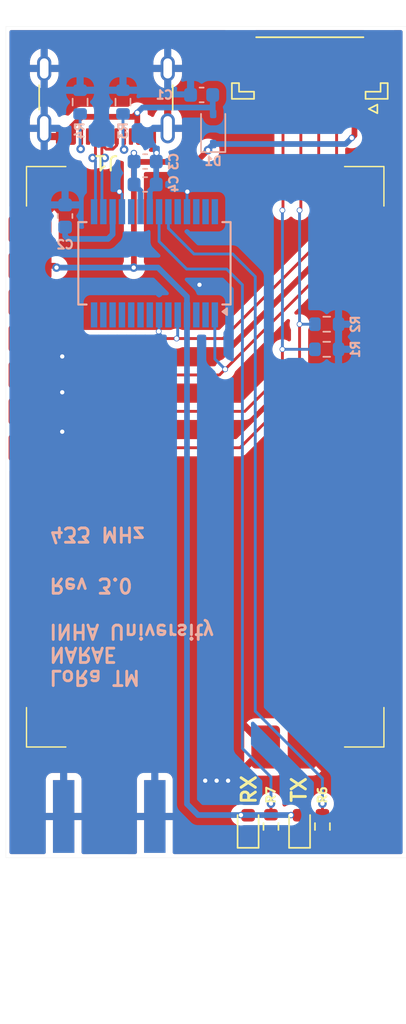
<source format=kicad_pcb>
(kicad_pcb (version 20241229) (generator "pcbnew") (generator_version "9.0")
  (layers (0 "F.Cu" signal) (2 "B.Cu" signal) (13 "F.Paste" user) (15 "B.Paste" user) (5 "F.SilkS" user "F.Silkscreen") (7 "B.SilkS" user "B.Silkscreen") (1 "F.Mask" user) (3 "B.Mask" user) (25 "Edge.Cuts" user))
  (net 0 "")
  (net 1 "GND")
  (net 3 "+5V")
  (net 4 "VBUS")
  (net 5 "Net-(D2-K)")
  (net 6 "Net-(D3-K)")
  (net 7 "/USB_CONN_D+")
  (net 8 "/USB_CONN_D-")
  (net 9 "/LoRa_M1")
  (net 10 "/LoRa_M0")
  (net 11 "/LoRa_RX")
  (net 12 "/LoRa_TX")
  (net 13 "Net-(U2-3V3OUT)")
  (net 14 "Net-(J1-CC2)")
  (net 15 "Net-(J1-CC1)")
  (net 16 "Net-(J2-In)")
  (net 24 "Net-(U2-CBUS0)")
  (net 25 "Net-(U2-CBUS1)")
  (footprint "LED_SMD:LED_0603_1608Metric" (layer "F.Cu") (at 103 125.8 90)
    (property "Reference" "D3" (hide yes))
    (property "Value" "LED_R" (hide yes))
    (fp_line (start 0.8 -0.735) (end -1.485 -0.735) (stroke (width 0.12)) (layer "F.SilkS"))
    (fp_line (start -1.485 -0.735) (end -1.485 0.735) (stroke (width 0.12)) (layer "F.SilkS"))
    (fp_line (start -1.485 0.735) (end 0.8 0.735) (stroke (width 0.12)) (layer "F.SilkS"))
    (pad "1" smd roundrect (at -0.7875 0 90) (size 0.875 0.95) (layers "F.Cu" "F.Mask" "F.Paste") (net 6 "Net-(D3-K)"))
    (pad "2" smd roundrect (at 0.7875 0 90) (size 0.875 0.95) (layers "F.Cu" "F.Mask" "F.Paste") (net 3 "+5V"))
  )
  (footprint "JST_GH:JST_GH_SM06B-GHS-TB_06x1.25mm_Angled" (layer "F.Cu") (at 107.316 73.576 180)
    (property "Reference" "J3" (hide yes))
    (property "Value" "GH 1.25mm 6P" (hide yes))
    (fp_line (start 5.45 -0.35) (end 5.45 -1.45) (stroke (width 0.12)) (layer "F.SilkS"))
    (fp_line (start 5.45 -1.45) (end 3.9 -1.45) (stroke (width 0.12)) (layer "F.SilkS"))
    (fp_line (start 4.95 -0.35) (end 5.45 -0.35) (stroke (width 0.12)) (layer "F.SilkS"))
    (fp_line (start 4.95 -0.95) (end 4.95 -0.35) (stroke (width 0.12)) (layer "F.SilkS"))
    (fp_line (start 3.9 -0.95) (end 4.95 -0.95) (stroke (width 0.12)) (layer "F.SilkS"))
    (fp_line (start 3.9 -1.45) (end 3.9 -0.95) (stroke (width 0.12)) (layer "F.SilkS"))
    (fp_line (start -3.75 2.85) (end 3.75 2.85) (stroke (width 0.12)) (layer "F.SilkS"))
    (fp_line (start -3.9 -0.95) (end -4.95 -0.95) (stroke (width 0.12)) (layer "F.SilkS"))
    (fp_line (start -3.9 -1.45) (end -3.9 -0.95) (stroke (width 0.12)) (layer "F.SilkS"))
    (fp_line (start -4.125 -2.15) (end -4.725 -2.45) (stroke (width 0.12)) (layer "F.SilkS"))
    (fp_line (start -4.725 -1.85) (end -4.125 -2.15) (stroke (width 0.12)) (layer "F.SilkS"))
    (fp_line (start -4.725 -2.45) (end -4.725 -1.85) (stroke (width 0.12)) (layer "F.SilkS"))
    (fp_line (start -4.95 -0.35) (end -5.45 -0.35) (stroke (width 0.12)) (layer "F.SilkS"))
    (fp_line (start -4.95 -0.95) (end -4.95 -0.35) (stroke (width 0.12)) (layer "F.SilkS"))
    (fp_line (start -5.45 -0.35) (end -5.45 -1.45) (stroke (width 0.12)) (layer "F.SilkS"))
    (fp_line (start -5.45 -1.45) (end -3.9 -1.45) (stroke (width 0.12)) (layer "F.SilkS"))
    (pad "" smd rect (at -4.85 1.6 180) (size 1 2.8) (layers "F.Cu" "F.Mask" "F.Paste"))
    (pad "" smd rect (at 4.85 1.6 180) (size 1 2.8) (layers "F.Cu" "F.Mask" "F.Paste"))
    (pad "1" smd rect (at -3.125 -1.6 180) (size 0.6 1.8) (layers "F.Cu" "F.Mask" "F.Paste") (net 3 "+5V"))
    (pad "2" smd rect (at -1.875 -1.6 180) (size 0.6 1.8) (layers "F.Cu" "F.Mask" "F.Paste") (net 11 "/LoRa_RX"))
    (pad "3" smd rect (at -0.625 -1.6 180) (size 0.6 1.8) (layers "F.Cu" "F.Mask" "F.Paste") (net 12 "/LoRa_TX"))
    (pad "4" smd rect (at 0.625 -1.6 180) (size 0.6 1.8) (layers "F.Cu" "F.Mask" "F.Paste") (net 10 "/LoRa_M0"))
    (pad "5" smd rect (at 1.875 -1.6 180) (size 0.6 1.8) (layers "F.Cu" "F.Mask" "F.Paste") (net 9 "/LoRa_M1"))
    (pad "6" smd rect (at 3.125 -1.6 180) (size 0.6 1.8) (layers "F.Cu" "F.Mask" "F.Paste") (net 1 "GND"))
  )
  (footprint "Resistor_SMD:R_0603_1608Metric" (layer "F.Cu") (at 108.2 125.8 90)
    (property "Reference" "R6" (at 2.2 0 90) (layer "F.SilkS") (effects (font (size 0.6 0.6))))
    (property "Value" "270" (hide yes))
    (fp_line (start -0.237258 -0.5225) (end 0.237258 -0.5225) (stroke (width 0.12)) (layer "F.SilkS"))
    (fp_line (start -0.237258 0.5225) (end 0.237258 0.5225) (stroke (width 0.12)) (layer "F.SilkS"))
    (pad "1" smd roundrect (at -0.825 0 90) (size 0.8 0.95) (layers "F.Cu" "F.Mask" "F.Paste") (net 5 "Net-(D2-K)"))
    (pad "2" smd roundrect (at 0.825 0 90) (size 0.8 0.95) (layers "F.Cu" "F.Mask" "F.Paste") (net 24 "Net-(U2-CBUS0)"))
  )
  (footprint "Resistor_SMD:R_0603_1608Metric" (layer "F.Cu") (at 104.6 125.8 90)
    (property "Reference" "R7" (at 2.2 0 90) (layer "F.SilkS") (effects (font (size 0.6 0.6))))
    (property "Value" "270" (hide yes))
    (fp_line (start -0.237258 -0.5225) (end 0.237258 -0.5225) (stroke (width 0.12)) (layer "F.SilkS"))
    (fp_line (start -0.237258 0.5225) (end 0.237258 0.5225) (stroke (width 0.12)) (layer "F.SilkS"))
    (pad "1" smd roundrect (at -0.825 0 90) (size 0.8 0.95) (layers "F.Cu" "F.Mask" "F.Paste") (net 6 "Net-(D3-K)"))
    (pad "2" smd roundrect (at 0.825 0 90) (size 0.8 0.95) (layers "F.Cu" "F.Mask" "F.Paste") (net 25 "Net-(U2-CBUS1)"))
  )
  (footprint "LED_SMD:LED_0603_1608Metric" (layer "F.Cu") (at 106.6 125.8 90)
    (property "Reference" "D2" (hide yes))
    (property "Value" "LED_R" (hide yes))
    (fp_line (start 0.8 -0.735) (end -1.485 -0.735) (stroke (width 0.12)) (layer "F.SilkS"))
    (fp_line (start -1.485 -0.735) (end -1.485 0.735) (stroke (width 0.12)) (layer "F.SilkS"))
    (fp_line (start -1.485 0.735) (end 0.8 0.735) (stroke (width 0.12)) (layer "F.SilkS"))
    (pad "1" smd roundrect (at -0.7875 0 90) (size 0.875 0.95) (layers "F.Cu" "F.Mask" "F.Paste") (net 5 "Net-(D2-K)"))
    (pad "2" smd roundrect (at 0.7875 0 90) (size 0.875 0.95) (layers "F.Cu" "F.Mask" "F.Paste") (net 3 "+5V"))
  )
  (footprint "SMA:SMA_EdgeMount" (layer "F.Cu") (at 93.225 125.1 -90)
    (property "Reference" "J2" (hide yes))
    (property "Value" "SMA" (hide yes))
    (pad "1" smd rect (at 0 0) (size 1.5 5.08) (layers "F.Cu" "F.Mask" "F.Paste") (net 16 "Net-(J2-In)"))
    (pad "2" smd rect (at 0 -3.25) (size 1.5 5.08) (layers "F.Cu" "F.Mask" "F.Paste") (net 1 "GND"))
    (pad "2" smd rect (at 0 -3.25) (size 1.5 5.08) (layers "B.Cu" "B.Mask" "B.Paste") (net 1 "GND"))
    (pad "2" smd rect (at 0 3.125) (size 1.5 5.08) (layers "F.Cu" "F.Mask" "F.Paste") (net 1 "GND"))
    (pad "2" smd rect (at 0 3.125) (size 1.5 5.08) (layers "B.Cu" "B.Mask" "B.Paste") (net 1 "GND"))
  )
  (footprint "Connector_USB:USB_C_Receptacle_GCT_USB4105-xx-A_16P_TopMnt_Horizontal" (layer "F.Cu") (at 93.058 73.976 180)
    (property "Reference" "J1" (at 0 -5.5 180) (layer "F.SilkS"))
    (property "Value" "USB_C_USB2.0_16P")
    (fp_line (start 4.67 -0.1) (end 4.67 -1.8) (stroke (width 0.12)) (layer "F.SilkS"))
    (fp_line (start -4.67 -0.1) (end -4.67 -1.8) (stroke (width 0.12)) (layer "F.SilkS"))
    (pad "" np_thru_hole circle (at -2.89 -2.605 180) (size 0.65 0.65) (drill 0.65) (layers "*.Cu" "*.Mask"))
    (pad "" np_thru_hole circle (at 2.89 -2.605 180) (size 0.65 0.65) (drill 0.65) (layers "*.Cu" "*.Mask"))
    (pad "A1" smd roundrect (at -3.2 -3.68 180) (size 0.6 1.15) (layers "F.Cu" "F.Mask" "F.Paste") (net 1 "GND"))
    (pad "A4" smd roundrect (at -2.4 -3.68 180) (size 0.6 1.15) (layers "F.Cu" "F.Mask" "F.Paste") (net 4 "VBUS"))
    (pad "A5" smd roundrect (at -1.25 -3.68 180) (size 0.3 1.15) (layers "F.Cu" "F.Mask" "F.Paste") (net 15 "Net-(J1-CC1)"))
    (pad "A6" smd roundrect (at -0.25 -3.68 180) (size 0.3 1.15) (layers "F.Cu" "F.Mask" "F.Paste") (net 7 "/USB_CONN_D+"))
    (pad "A7" smd roundrect (at 0.25 -3.68 180) (size 0.3 1.15) (layers "F.Cu" "F.Mask" "F.Paste") (net 8 "/USB_CONN_D-"))
    (pad "A8" smd roundrect (at 1.25 -3.68 180) (size 0.3 1.15) (layers "F.Cu" "F.Mask" "F.Paste"))
    (pad "A9" smd roundrect (at 2.4 -3.68 180) (size 0.6 1.15) (layers "F.Cu" "F.Mask" "F.Paste") (net 4 "VBUS"))
    (pad "A12" smd roundrect (at 3.2 -3.68 180) (size 0.6 1.15) (layers "F.Cu" "F.Mask" "F.Paste") (net 1 "GND"))
    (pad "B1" smd roundrect (at 3.2 -3.68 180) (size 0.6 1.15) (layers "F.Cu" "F.Mask" "F.Paste") (net 1 "GND"))
    (pad "B4" smd roundrect (at 2.4 -3.68 180) (size 0.6 1.15) (layers "F.Cu" "F.Mask" "F.Paste") (net 4 "VBUS"))
    (pad "B5" smd roundrect (at 1.75 -3.68 180) (size 0.3 1.15) (layers "F.Cu" "F.Mask" "F.Paste") (net 14 "Net-(J1-CC2)"))
    (pad "B6" smd roundrect (at 0.75 -3.68 180) (size 0.3 1.15) (layers "F.Cu" "F.Mask" "F.Paste") (net 7 "/USB_CONN_D+"))
    (pad "B7" smd roundrect (at -0.75 -3.68 180) (size 0.3 1.15) (layers "F.Cu" "F.Mask" "F.Paste") (net 8 "/USB_CONN_D-"))
    (pad "B8" smd roundrect (at -1.75 -3.68 180) (size 0.3 1.15) (layers "F.Cu" "F.Mask" "F.Paste"))
    (pad "B9" smd roundrect (at -2.4 -3.68 180) (size 0.6 1.15) (layers "F.Cu" "F.Mask" "F.Paste") (net 4 "VBUS"))
    (pad "B12" smd roundrect (at -3.2 -3.68 180) (size 0.6 1.15) (layers "F.Cu" "F.Mask" "F.Paste") (net 1 "GND"))
    (pad "S1" thru_hole oval (at -4.32 -3.105 180) (size 1 2.1) (drill oval 0.6 1.7) (property pad_prop_heatsink) (layers "*.Cu" "*.Mask" "F.Paste") (net 1 "GND"))
    (pad "S1" thru_hole oval (at -4.32 1.075 180) (size 1 1.8) (drill oval 0.6 1.4) (property pad_prop_heatsink) (layers "*.Cu" "*.Mask" "F.Paste") (net 1 "GND"))
    (pad "S1" thru_hole oval (at 4.32 -3.105 180) (size 1 2.1) (drill oval 0.6 1.7) (property pad_prop_heatsink) (layers "*.Cu" "*.Mask" "F.Paste") (net 1 "GND"))
    (pad "S1" thru_hole oval (at 4.32 1.075 180) (size 1 1.8) (drill oval 0.6 1.4) (property pad_prop_heatsink) (layers "*.Cu" "*.Mask" "F.Paste") (net 1 "GND"))
  )
  (footprint "E32-XXXT33S:E22-XXXT33S" (layer "F.Cu") (at 100 100)
    (property "Reference" "U1" (hide yes))
    (property "Value" "E32-433T33S" (hide yes))
    (fp_line (start -12.5 -20.25) (end -12.5 -17.5) (stroke (width 0.1)) (layer "F.SilkS"))
    (fp_line (start -12.5 -20.25) (end -9.75 -20.25) (stroke (width 0.1)) (layer "F.SilkS"))
    (fp_line (start -12.5 20.25) (end -12.5 17.5) (stroke (width 0.1)) (layer "F.SilkS"))
    (fp_line (start -12.5 20.25) (end -9.75 20.25) (stroke (width 0.1)) (layer "F.SilkS"))
    (fp_line (start 12.5 -20.25) (end 9.75 -20.25) (stroke (width 0.1)) (layer "F.SilkS"))
    (fp_line (start 12.5 -20.25) (end 12.5 -17.5) (stroke (width 0.1)) (layer "F.SilkS"))
    (fp_line (start 12.5 20.25) (end 9.75 20.25) (stroke (width 0.1)) (layer "F.SilkS"))
    (fp_line (start 12.5 20.25) (end 12.5 17.5) (stroke (width 0.1)) (layer "F.SilkS"))
    (pad "1" smd roundrect (at -12.25 -15.87) (size 3 2) (layers "F.Cu" "F.Mask" "F.Paste") (roundrect_rratio 0.15) (net 1 "GND"))
    (pad "2" smd roundrect (at -12.25 -13.33) (size 3 2) (layers "F.Cu" "F.Mask" "F.Paste") (roundrect_rratio 0.15) (net 3 "+5V"))
    (pad "3" smd roundrect (at -12.25 -10.79) (size 3 2) (layers "F.Cu" "F.Mask" "F.Paste") (roundrect_rratio 0.15))
    (pad "4" smd roundrect (at -12.25 -8.25) (size 3 2) (layers "F.Cu" "F.Mask" "F.Paste") (roundrect_rratio 0.15) (net 12 "/LoRa_TX"))
    (pad "5" smd roundrect (at -12.25 -5.71) (size 3 2) (layers "F.Cu" "F.Mask" "F.Paste") (roundrect_rratio 0.15) (net 11 "/LoRa_RX"))
    (pad "6" smd roundrect (at -12.25 -3.17) (size 3 2) (layers "F.Cu" "F.Mask" "F.Paste") (roundrect_rratio 0.15) (net 9 "/LoRa_M1"))
    (pad "7" smd roundrect (at -12.25 -0.63) (size 3 2) (layers "F.Cu" "F.Mask" "F.Paste") (roundrect_rratio 0.15) (net 10 "/LoRa_M0"))
    (pad "11" smd roundrect (at -6.77 20.25 90) (size 3 2) (layers "F.Cu" "F.Mask" "F.Paste") (roundrect_rratio 0.15) (net 16 "Net-(J2-In)"))
    (pad "12" smd roundrect (at -4.23 20.25 90) (size 3 2) (layers "F.Cu" "F.Mask" "F.Paste") (roundrect_rratio 0.15) (net 1 "GND"))
    (pad "13" smd roundrect (at 4.23 20.25 90) (size 3 2) (layers "F.Cu" "F.Mask" "F.Paste") (roundrect_rratio 0.15) (net 1 "GND"))
    (pad "14" smd roundrect (at 6.77 20.25 90) (size 3 2) (layers "F.Cu" "F.Mask" "F.Paste") (roundrect_rratio 0.15) (net 1 "GND"))
    (pad "18" smd roundrect (at 12.25 -0.63) (size 3 2) (layers "F.Cu" "F.Mask" "F.Paste") (roundrect_rratio 0.15))
    (pad "19" smd roundrect (at 12.25 -3.17) (size 3 2) (layers "F.Cu" "F.Mask" "F.Paste") (roundrect_rratio 0.15))
    (pad "20" smd roundrect (at 12.25 -5.71) (size 3 2) (layers "F.Cu" "F.Mask" "F.Paste") (roundrect_rratio 0.15))
    (pad "21" smd roundrect (at 12.25 -8.25) (size 3 2) (layers "F.Cu" "F.Mask" "F.Paste") (roundrect_rratio 0.15))
    (pad "22" smd roundrect (at 12.25 -10.79) (size 3 2) (layers "F.Cu" "F.Mask" "F.Paste") (roundrect_rratio 0.15))
    (pad "23" smd roundrect (at 12.25 -13.33) (size 3 2) (layers "F.Cu" "F.Mask" "F.Paste") (roundrect_rratio 0.15))
    (pad "24" smd roundrect (at 12.25 -15.87) (size 3 2) (layers "F.Cu" "F.Mask" "F.Paste") (roundrect_rratio 0.15))
  )
  (footprint "Resistor_SMD:R_0603_1608Metric" (layer "B.Cu") (at 94.25 75.25 90)
    (property "Reference" "R3" (at -2 0 90) (layer "B.SilkS") (effects (font (size 0.6 0.6)) (justify mirror)))
    (property "Value" "5k1" (hide yes))
    (fp_line (start -0.237258 -0.5225) (end 0.237258 -0.5225) (stroke (width 0.12)) (layer "B.SilkS"))
    (fp_line (start -0.237258 0.5225) (end 0.237258 0.5225) (stroke (width 0.12)) (layer "B.SilkS"))
    (pad "1" smd roundrect (at -0.825 0 90) (size 0.8 0.95) (layers "B.Cu" "B.Mask" "B.Paste") (net 15 "Net-(J1-CC1)"))
    (pad "2" smd roundrect (at 0.825 0 90) (size 0.8 0.95) (layers "B.Cu" "B.Mask" "B.Paste") (net 1 "GND"))
  )
  (footprint "Capacitor_SMD:C_0603_1608Metric" (layer "B.Cu") (at 95.8 81)
    (property "Reference" "C4" (at 2 -0.045801 90) (layer "B.SilkS") (effects (font (size 0.6 0.6)) (justify mirror)))
    (property "Value" "4.7uF" (hide yes))
    (fp_line (start -0.14058 -0.51) (end 0.14058 -0.51) (stroke (width 0.12)) (layer "B.SilkS"))
    (fp_line (start -0.14058 0.51) (end 0.14058 0.51) (stroke (width 0.12)) (layer "B.SilkS"))
    (pad "1" smd roundrect (at -0.775 0) (size 0.9 0.95) (layers "B.Cu" "B.Mask" "B.Paste") (net 3 "+5V"))
    (pad "2" smd roundrect (at 0.775 0) (size 0.9 0.95) (layers "B.Cu" "B.Mask" "B.Paste") (net 1 "GND"))
  )
  (footprint "Resistor_SMD:R_0603_1608Metric" (layer "B.Cu") (at 91.25 75.25 90)
    (property "Reference" "R4" (at -2 -0.03 90) (layer "B.SilkS") (effects (font (size 0.6 0.6)) (justify mirror)))
    (property "Value" "5k1" (hide yes))
    (fp_line (start -0.237258 -0.5225) (end 0.237258 -0.5225) (stroke (width 0.12)) (layer "B.SilkS"))
    (fp_line (start -0.237258 0.5225) (end 0.237258 0.5225) (stroke (width 0.12)) (layer "B.SilkS"))
    (pad "1" smd roundrect (at -0.825 0 90) (size 0.8 0.95) (layers "B.Cu" "B.Mask" "B.Paste") (net 14 "Net-(J1-CC2)"))
    (pad "2" smd roundrect (at 0.825 0 90) (size 0.8 0.95) (layers "B.Cu" "B.Mask" "B.Paste") (net 1 "GND"))
  )
  (footprint "Capacitor_SMD:C_0603_1608Metric" (layer "B.Cu") (at 99.75 74.75)
    (property "Reference" "C1" (at -2.6 0 0) (layer "B.SilkS") (effects (font (size 0.6 0.6)) (justify mirror)))
    (property "Value" "10nF")
    (fp_line (start -0.14058 -0.51) (end 0.14058 -0.51) (stroke (width 0.12)) (layer "B.SilkS"))
    (fp_line (start -0.14058 0.51) (end 0.14058 0.51) (stroke (width 0.12)) (layer "B.SilkS"))
    (pad "1" smd roundrect (at -0.775 0) (size 0.9 0.95) (layers "B.Cu" "B.Mask" "B.Paste") (net 1 "GND"))
    (pad "2" smd roundrect (at 0.775 0) (size 0.9 0.95) (layers "B.Cu" "B.Mask" "B.Paste") (net 4 "VBUS"))
  )
  (footprint "Capacitor_SMD:C_0603_1608Metric" (layer "B.Cu") (at 90.2 83.2 -90)
    (property "Reference" "C2" (at 2 0 0) (layer "B.SilkS") (effects (font (size 0.6 0.6)) (justify mirror)))
    (property "Value" "100nF" (hide yes))
    (fp_line (start -0.14058 0.51) (end 0.14058 0.51) (stroke (width 0.12)) (layer "B.SilkS"))
    (fp_line (start -0.14058 -0.51) (end 0.14058 -0.51) (stroke (width 0.12)) (layer "B.SilkS"))
    (pad "1" smd roundrect (at -0.775 0 270) (size 0.9 0.95) (layers "B.Cu" "B.Mask" "B.Paste") (net 1 "GND"))
    (pad "2" smd roundrect (at 0.775 0 270) (size 0.9 0.95) (layers "B.Cu" "B.Mask" "B.Paste") (net 13 "Net-(U2-3V3OUT)"))
  )
  (footprint "Resistor_SMD:R_0603_1608Metric" (layer "B.Cu") (at 108.5 90.75)
    (property "Reference" "R2" (at 2 0 90) (layer "B.SilkS") (effects (font (size 0.6 0.6)) (justify mirror)))
    (property "Value" "10k" (hide yes))
    (fp_line (start -0.237258 -0.5225) (end 0.237258 -0.5225) (stroke (width 0.12)) (layer "B.SilkS"))
    (fp_line (start -0.237258 0.5225) (end 0.237258 0.5225) (stroke (width 0.12)) (layer "B.SilkS"))
    (pad "1" smd roundrect (at -0.825 0) (size 0.8 0.95) (layers "B.Cu" "B.Mask" "B.Paste") (net 10 "/LoRa_M0"))
    (pad "2" smd roundrect (at 0.825 0) (size 0.8 0.95) (layers "B.Cu" "B.Mask" "B.Paste") (net 1 "GND"))
  )
  (footprint "Resistor_SMD:R_0603_1608Metric" (layer "B.Cu") (at 108.5 92.5)
    (property "Reference" "R1" (at 2 0 90) (layer "B.SilkS") (effects (font (size 0.6 0.6)) (justify mirror)))
    (property "Value" "10k" (hide yes))
    (fp_line (start -0.237258 -0.5225) (end 0.237258 -0.5225) (stroke (width 0.12)) (layer "B.SilkS"))
    (fp_line (start -0.237258 0.5225) (end 0.237258 0.5225) (stroke (width 0.12)) (layer "B.SilkS"))
    (pad "1" smd roundrect (at -0.825 0) (size 0.8 0.95) (layers "B.Cu" "B.Mask" "B.Paste") (net 9 "/LoRa_M1"))
    (pad "2" smd roundrect (at 0.825 0) (size 0.8 0.95) (layers "B.Cu" "B.Mask" "B.Paste") (net 1 "GND"))
  )
  (footprint "Package_SO:SSOP-28_5.3x10.2mm_P0.65mm" (layer "B.Cu") (at 96.45 86.5 90)
    (property "Reference" "U2" (hide yes))
    (property "Value" "FT232RL")
    (fp_line (start -2.875 -5.325) (end 2.875 -5.325) (stroke (width 0.15)) (layer "B.SilkS"))
    (fp_line (start 2.875 -4.75) (end 2.875 -5.325) (stroke (width 0.15)) (layer "B.SilkS"))
    (fp_line (start -2.875 -4.75) (end -2.875 -5.325) (stroke (width 0.15)) (layer "B.SilkS"))
    (fp_line (start 2.875 5.325) (end 2.875 4.75) (stroke (width 0.15)) (layer "B.SilkS"))
    (fp_line (start -2.875 5.325) (end -2.875 4.75) (stroke (width 0.15)) (layer "B.SilkS"))
    (fp_line (start -2.875 5.325) (end 2.875 5.325) (stroke (width 0.15)) (layer "B.SilkS"))
    (fp_poly (pts (xy -3.375 4.75) (xy -3.615 5.08) (xy -3.135 5.08) (xy -3.375 4.75)) (stroke (width 0.12)) (fill yes) (layer "B.SilkS"))
    (pad "1" smd rect (at -3.6 4.225 90) (size 1.75 0.45) (layers "B.Cu" "B.Mask" "B.Paste") (net 11 "/LoRa_RX"))
    (pad "2" smd rect (at -3.6 3.575 90) (size 1.75 0.45) (layers "B.Cu" "B.Mask" "B.Paste"))
    (pad "3" smd rect (at -3.6 2.925 90) (size 1.75 0.45) (layers "B.Cu" "B.Mask" "B.Paste"))
    (pad "4" smd rect (at -3.6 2.275 90) (size 1.75 0.45) (layers "B.Cu" "B.Mask" "B.Paste") (net 3 "+5V"))
    (pad "5" smd rect (at -3.6 1.625 90) (size 1.75 0.45) (layers "B.Cu" "B.Mask" "B.Paste") (net 12 "/LoRa_TX"))
    (pad "6" smd rect (at -3.6 0.975 90) (size 1.75 0.45) (layers "B.Cu" "B.Mask" "B.Paste"))
    (pad "7" smd rect (at -3.6 0.325 90) (size 1.75 0.45) (layers "B.Cu" "B.Mask" "B.Paste") (net 1 "GND"))
    (pad "8" smd rect (at -3.6 -0.325 90) (size 1.75 0.45) (layers "B.Cu" "B.Mask" "B.Paste"))
    (pad "9" smd rect (at -3.6 -0.975 90) (size 1.75 0.45) (layers "B.Cu" "B.Mask" "B.Paste"))
    (pad "10" smd rect (at -3.6 -1.625 90) (size 1.75 0.45) (layers "B.Cu" "B.Mask" "B.Paste"))
    (pad "11" smd rect (at -3.6 -2.275 90) (size 1.75 0.45) (layers "B.Cu" "B.Mask" "B.Paste"))
    (pad "12" smd rect (at -3.6 -2.925 90) (size 1.75 0.45) (layers "B.Cu" "B.Mask" "B.Paste"))
    (pad "13" smd rect (at -3.6 -3.575 90) (size 1.75 0.45) (layers "B.Cu" "B.Mask" "B.Paste"))
    (pad "14" smd rect (at -3.6 -4.225 90) (size 1.75 0.45) (layers "B.Cu" "B.Mask" "B.Paste"))
    (pad "15" smd rect (at 3.6 -4.225 90) (size 1.75 0.45) (layers "B.Cu" "B.Mask" "B.Paste") (net 7 "/USB_CONN_D+"))
    (pad "16" smd rect (at 3.6 -3.575 90) (size 1.75 0.45) (layers "B.Cu" "B.Mask" "B.Paste") (net 8 "/USB_CONN_D-"))
    (pad "17" smd rect (at 3.6 -2.925 90) (size 1.75 0.45) (layers "B.Cu" "B.Mask" "B.Paste") (net 13 "Net-(U2-3V3OUT)"))
    (pad "18" smd rect (at 3.6 -2.275 90) (size 1.75 0.45) (layers "B.Cu" "B.Mask" "B.Paste") (net 1 "GND"))
    (pad "19" smd rect (at 3.6 -1.625 90) (size 1.75 0.45) (layers "B.Cu" "B.Mask" "B.Paste"))
    (pad "20" smd rect (at 3.6 -0.975 90) (size 1.75 0.45) (layers "B.Cu" "B.Mask" "B.Paste") (net 3 "+5V"))
    (pad "21" smd rect (at 3.6 -0.325 90) (size 1.75 0.45) (layers "B.Cu" "B.Mask" "B.Paste") (net 1 "GND"))
    (pad "22" smd rect (at 3.6 0.325 90) (size 1.75 0.45) (layers "B.Cu" "B.Mask" "B.Paste") (net 25 "Net-(U2-CBUS1)"))
    (pad "23" smd rect (at 3.6 0.975 90) (size 1.75 0.45) (layers "B.Cu" "B.Mask" "B.Paste") (net 24 "Net-(U2-CBUS0)"))
    (pad "24" smd rect (at 3.6 1.625 90) (size 1.75 0.45) (layers "B.Cu" "B.Mask" "B.Paste"))
    (pad "25" smd rect (at 3.6 2.275 90) (size 1.75 0.45) (layers "B.Cu" "B.Mask" "B.Paste") (net 1 "GND"))
    (pad "26" smd rect (at 3.6 2.925 90) (size 1.75 0.45) (layers "B.Cu" "B.Mask" "B.Paste"))
    (pad "27" smd rect (at 3.6 3.575 90) (size 1.75 0.45) (layers "B.Cu" "B.Mask" "B.Paste"))
    (pad "28" smd rect (at 3.6 4.225 90) (size 1.75 0.45) (layers "B.Cu" "B.Mask" "B.Paste"))
  )
  (footprint "Diode_SMD:D_SOD-323" (layer "B.Cu") (at 100.558 77.126 90)
    (property "Reference" "D1" (at -2.25 0 0) (layer "B.SilkS") (effects (font (size 0.6 0.6)) (justify mirror)))
    (property "Value" "B5819W" (hide yes))
    (fp_line (start -1.61 -0.85) (end 1.05 -0.85) (stroke (width 0.12)) (layer "B.SilkS"))
    (fp_line (start -1.61 0.85) (end -1.61 -0.85) (stroke (width 0.12)) (layer "B.SilkS"))
    (fp_line (start -1.61 0.85) (end 1.05 0.85) (stroke (width 0.12)) (layer "B.SilkS"))
    (pad "1" smd roundrect (at -1.05 0 90) (size 0.6 0.45) (layers "B.Cu" "B.Mask" "B.Paste") (net 3 "+5V"))
    (pad "2" smd roundrect (at 1.05 0 90) (size 0.6 0.45) (layers "B.Cu" "B.Mask" "B.Paste") (net 4 "VBUS"))
  )
  (footprint "Capacitor_SMD:C_0603_1608Metric" (layer "B.Cu") (at 95.8 79.4)
    (property "Reference" "C3" (at 2 0 90) (layer "B.SilkS") (effects (font (size 0.6 0.6)) (justify mirror)))
    (property "Value" "100nF" (hide yes))
    (fp_line (start -0.14058 -0.51) (end 0.14058 -0.51) (stroke (width 0.12)) (layer "B.SilkS"))
    (fp_line (start -0.14058 0.51) (end 0.14058 0.51) (stroke (width 0.12)) (layer "B.SilkS"))
    (pad "1" smd roundrect (at -0.775 0) (size 0.9 0.95) (layers "B.Cu" "B.Mask" "B.Paste") (net 3 "+5V"))
    (pad "2" smd roundrect (at 0.775 0) (size 0.9 0.95) (layers "B.Cu" "B.Mask" "B.Paste") (net 1 "GND"))
  )
  (gr_rect (start 86.058 69.976) (end 114.058 127.976) (stroke (width 0.01)) (fill no) (layer "Edge.Cuts"))
  (gr_text "RX" (at 103.058 123.226 90) (layer "F.SilkS") (effects (font (size 1 1) (thickness 0.2) (bold yes))))
  (gr_text "TX" (at 106.558 123.226 90) (layer "F.SilkS") (effects (font (size 1 1) (thickness 0.2) (bold yes))))
  (gr_text "433 MHz" (at 89 106 180) (layer "B.SilkS") (effects (font (size 1 1) (thickness 0.2) (bold yes)) (justify left top mirror)))
  (gr_text "LoRa TM\nNARAE\nINHA University\n\nRev 3.0" (at 89 116 180) (layer "B.SilkS") (effects (font (size 1 1) (thickness 0.2) (bold yes)) (justify left top mirror)))
  (via (at 100 122.6) (size 0.6) (drill 0.3) (layers "F.Cu" "B.Cu") (net 1))
  (via (at 99.6 88) (size 0.6) (drill 0.3) (layers "F.Cu" "B.Cu") (net 1))
  (via (at 90 93) (size 0.4) (drill 0.3) (layers "F.Cu" "B.Cu") (net 1))
  (via (at 96.75 91.25) (size 0.4) (drill 0.3) (layers "F.Cu" "B.Cu") (net 1))
  (via (at 90 95.5) (size 0.4) (drill 0.3) (layers "F.Cu" "B.Cu") (net 1))
  (via (at 90 98.25) (size 0.4) (drill 0.3) (layers "F.Cu" "B.Cu") (net 1))
  (via (at 101.6 122.6) (size 0.6) (drill 0.3) (layers "F.Cu" "B.Cu") (net 1))
  (via (at 98.75 81.5) (size 0.4) (drill 0.3) (layers "F.Cu" "B.Cu") (net 1))
  (via (at 100.8 122.6) (size 0.6) (drill 0.3) (layers "F.Cu" "B.Cu") (net 1))
  (via (at 96.6 78.801) (size 0.45) (drill 0.3) (layers "F.Cu" "B.Cu") (net 1))
  (via (at 94 81.5) (size 0.4) (drill 0.3) (layers "F.Cu" "B.Cu") (net 1))
  (segment (start 96.125 82.9) (end 96.125 81.45) (width 0.4) (layer "B.Cu") (net 1))
  (segment (start 96.775 91.225) (end 96.75 91.25) (width 0.2) (layer "B.Cu") (net 1))
  (segment (start 96.575 79.4) (end 96.575 78.826) (width 0.4) (layer "B.Cu") (net 1))
  (segment (start 98.725 82.9) (end 98.725 81.525) (width 0.2) (layer "B.Cu") (net 1))
  (segment (start 94.175 82.9) (end 94.175 81.675) (width 0.2) (layer "B.Cu") (net 1))
  (segment (start 96.125 81.45) (end 96.575 81) (width 0.4) (layer "B.Cu") (net 1))
  (segment (start 96.575 78.826) (end 96.6 78.801) (width 0.4) (layer "B.Cu") (net 1))
  (segment (start 96.575 81) (end 96.575 79.4) (width 0.4) (layer "B.Cu") (net 1))
  (segment (start 98.725 81.525) (end 98.75 81.5) (width 0.2) (layer "B.Cu") (net 1))
  (segment (start 94.175 81.675) (end 94 81.5) (width 0.2) (layer "B.Cu") (net 1))
  (segment (start 96.775 90.1) (end 96.775 91.225) (width 0.2) (layer "B.Cu") (net 1))
  (segment (start 106.5875 125) (end 106.6 125.0125) (width 0.4) (layer "F.Cu") (net 3))
  (segment (start 102.9875 125) (end 103 125.0125) (width 0.4) (layer "F.Cu") (net 3))
  (segment (start 106 125) (end 106.5875 125) (width 0.4) (layer "F.Cu") (net 3))
  (segment (start 95.011322 78.803896) (end 95.011322 86.788678) (width 0.4) (layer "F.Cu") (net 3))
  (segment (start 95.227 79.427) (end 99.373 79.427) (width 0.4) (layer "F.Cu") (net 3))
  (segment (start 110.441 75.176) (end 110.441 77.559) (width 0.4) (layer "F.Cu") (net 3))
  (segment (start 110.441 77.559) (end 110.25 77.75) (width 0.4) (layer "F.Cu") (net 3))
  (segment (start 95.011322 79.211322) (end 95.2 79.4) (width 0.4) (layer "F.Cu") (net 3))
  (segment (start 89.47 86.67) (end 89.6 86.8) (width 0.4) (layer "F.Cu") (net 3))
  (segment (start 95.011322 78.803896) (end 95.011322 79.211322) (width 0.4) (layer "F.Cu") (net 3))
  (segment (start 95.011322 86.788678) (end 95 86.8) (width 0.4) (layer "F.Cu") (net 3))
  (segment (start 95.2 79.4) (end 95.227 79.427) (width 0.4) (layer "F.Cu") (net 3))
  (segment (start 87.75 86.67) (end 89.47 86.67) (width 0.4) (layer "F.Cu") (net 3))
  (segment (start 102.5 125) (end 102.9875 125) (width 0.4) (layer "F.Cu") (net 3))
  (segment (start 99.373 79.427) (end 100.2 78.6) (width 0.4) (layer "F.Cu") (net 3))
  (via (at 110.25 77.75) (size 0.45) (drill 0.3) (layers "F.Cu" "B.Cu") (net 3))
  (via (at 95.011322 78.803896) (size 0.45) (drill 0.3) (layers "F.Cu" "B.Cu") (net 3))
  (via (at 89.6 86.8) (size 0.6) (drill 0.3) (layers "F.Cu" "B.Cu") (net 3))
  (via (at 95 86.8) (size 0.6) (drill 0.3) (layers "F.Cu" "B.Cu") (net 3))
  (via (at 102.5 125) (size 0.45) (drill 0.3) (layers "F.Cu" "B.Cu") (net 3))
  (via (at 106 125) (size 0.45) (drill 0.3) (layers "F.Cu" "B.Cu") (net 3))
  (via (at 100.2 78.6) (size 0.6) (drill 0.3) (layers "F.Cu" "B.Cu") (net 3))
  (segment (start 109.824 78.176) (end 110.25 77.75) (width 0.4) (layer "B.Cu") (net 3))
  (segment (start 102.5 125) (end 106 125) (width 0.4) (layer "B.Cu") (net 3))
  (segment (start 99.5 125) (end 102.5 125) (width 0.4) (layer "B.Cu") (net 3))
  (segment (start 100.2 78.534) (end 100.558 78.176) (width 0.4) (layer "B.Cu") (net 3))
  (segment (start 95.025 81) (end 95.475 81.45) (width 0.4) (layer "B.Cu") (net 3))
  (segment (start 96.85 86.95) (end 98.725 88.825) (width 0.4) (layer "B.Cu") (net 3))
  (segment (start 98.725 90.1) (end 98.725 124.225) (width 0.4) (layer "B.Cu") (net 3))
  (segment (start 89.6 86.8) (end 96.7 86.8) (width 0.4) (layer "B.Cu") (net 3))
  (segment (start 100.2 78.6) (end 100.2 78.534) (width 0.4) (layer "B.Cu") (net 3))
  (segment (start 95.025 79.4) (end 95.025 78.817574) (width 0.4) (layer "B.Cu") (net 3))
  (segment (start 95.025 78.817574) (end 95.011322 78.803896) (width 0.4) (layer "B.Cu") (net 3))
  (segment (start 96.7 86.8) (end 96.85 86.95) (width 0.4) (layer "B.Cu") (net 3))
  (segment (start 98.725 88.825) (end 98.725 90.1) (width 0.4) (layer "B.Cu") (net 3))
  (segment (start 95.025 79.4) (end 95.025 81) (width 0.4) (layer "B.Cu") (net 3))
  (segment (start 100.558 78.176) (end 109.824 78.176) (width 0.4) (layer "B.Cu") (net 3))
  (segment (start 95.475 81.45) (end 95.475 82.9) (width 0.4) (layer "B.Cu") (net 3))
  (segment (start 98.725 124.225) (end 99.5 125) (width 0.4) (layer "B.Cu") (net 3))
  (segment (start 95.458 77.656) (end 95.458 76.976298) (width 0.4) (layer "F.Cu") (net 4))
  (segment (start 91.355298 76.279) (end 94.971 76.279) (width 0.4) (layer "F.Cu") (net 4))
  (segment (start 90.658 76.976298) (end 91.355298 76.279) (width 0.4) (layer "F.Cu") (net 4))
  (segment (start 94.971 76.279) (end 95.25 76) (width 0.4) (layer "F.Cu") (net 4))
  (segment (start 95.458 76.976298) (end 95.25 76.768298) (width 0.4) (layer "F.Cu") (net 4))
  (segment (start 91.5 76.25) (end 94.626999 76.25) (width 0.3) (layer "F.Cu") (net 4))
  (segment (start 90.658 77.656) (end 90.658 76.976298) (width 0.4) (layer "F.Cu") (net 4))
  (segment (start 95.25 76.768298) (end 95.25 76) (width 0.4) (layer "F.Cu") (net 4))
  (via (at 95.25 76) (size 0.45) (drill 0.3) (layers "F.Cu" "B.Cu") (net 4))
  (segment (start 95.25 76) (end 95.62 75.63) (width 0.4) (layer "B.Cu") (net 4))
  (segment (start 100.395 75.63) (end 100.525 75.5) (width 0.4) (layer "B.Cu") (net 4))
  (segment (start 100.525 76.043) (end 100.558 76.076) (width 0.4) (layer "B.Cu") (net 4))
  (segment (start 100.525 75.5) (end 100.525 76.043) (width 0.4) (layer "B.Cu") (net 4))
  (segment (start 95.62 75.63) (end 100.395 75.63) (width 0.4) (layer "B.Cu") (net 4))
  (segment (start 100.525 74.75) (end 100.525 75.5) (width 0.4) (layer "B.Cu") (net 4))
  (segment (start 106.6375 126.625) (end 106.6 126.5875) (width 0.2) (layer "F.Cu") (net 5))
  (segment (start 108.1625 126.5875) (end 108.2 126.625) (width 0.2) (layer "F.Cu") (net 5))
  (segment (start 108.2 126.625) (end 106.6375 126.625) (width 0.2) (layer "F.Cu") (net 5))
  (segment (start 104.5625 126.5875) (end 104.6 126.625) (width 0.2) (layer "F.Cu") (net 6))
  (segment (start 103.0375 126.625) (end 103 126.5875) (width 0.2) (layer "F.Cu") (net 6))
  (segment (start 104.6 126.625) (end 103.0375 126.625) (width 0.2) (layer "F.Cu") (net 6))
  (segment (start 92.333 78.106) (end 92.333 78.253474) (width 0.2) (layer "F.Cu") (net 7))
  (segment (start 92.308 78.081) (end 92.333 78.106) (width 0.2) (layer "F.Cu") (net 7))
  (segment (start 93.308 77.047176) (end 93.308 77.656) (width 0.2) (layer "F.Cu") (net 7))
  (segment (start 92.308 77.047176) (end 92.575176 76.78) (width 0.2) (layer "F.Cu") (net 7))
  (segment (start 93.040824 76.78) (end 93.308 77.047176) (width 0.2) (layer "F.Cu") (net 7))
  (segment (start 92.324999 78.950001) (end 92.125 79.15) (width 0.2) (layer "F.Cu") (net 7))
  (segment (start 92.333 78.253474) (end 92.324999 78.261475) (width 0.2) (layer "F.Cu") (net 7))
  (segment (start 92.575176 76.78) (end 93.040824 76.78) (width 0.2) (layer "F.Cu") (net 7))
  (segment (start 92.308 77.656) (end 92.308 78.081) (width 0.2) (layer "F.Cu") (net 7))
  (segment (start 92.308 77.656) (end 92.308 77.047176) (width 0.2) (layer "F.Cu") (net 7))
  (segment (start 92.324999 78.261475) (end 92.324999 78.950001) (width 0.2) (layer "F.Cu") (net 7))
  (via (at 92.125 79.15) (size 0.6) (drill 0.3) (layers "F.Cu" "B.Cu") (net 7))
  (segment (start 92.225 82.9) (end 92.324999 82.800001) (width 0.2) (layer "B.Cu") (net 7))
  (segment (start 92.324999 82.800001) (end 92.324999 79.349999) (width 0.2) (layer "B.Cu") (net 7))
  (segment (start 92.324999 79.349999) (end 92.125 79.15) (width 0.2) (layer "B.Cu") (net 7))
  (segment (start 92.783 78.106) (end 92.783 78.42568) (width 0.2) (layer "F.Cu") (net 8))
  (segment (start 92.808 78.264824) (end 92.808 77.656) (width 0.2) (layer "F.Cu") (net 8))
  (segment (start 92.808 77.656) (end 92.808 78.081) (width 0.2) (layer "F.Cu") (net 8))
  (segment (start 92.808 78.081) (end 92.783 78.106) (width 0.2) (layer "F.Cu") (net 8))
  (segment (start 93.808 78.264824) (end 93.540824 78.532) (width 0.2) (layer "F.Cu") (net 8))
  (segment (start 93.808 77.656) (end 93.808 78.264824) (width 0.2) (layer "F.Cu") (net 8))
  (segment (start 92.783 78.42568) (end 92.775001 78.433679) (width 0.2) (layer "F.Cu") (net 8))
  (segment (start 93.075176 78.532) (end 92.808 78.264824) (width 0.2) (layer "F.Cu") (net 8))
  (segment (start 92.775001 78.950001) (end 92.975 79.15) (width 0.2) (layer "F.Cu") (net 8))
  (segment (start 93.540824 78.532) (end 93.075176 78.532) (width 0.2) (layer "F.Cu") (net 8))
  (segment (start 92.775001 78.433679) (end 92.775001 78.950001) (width 0.2) (layer "F.Cu") (net 8))
  (via (at 92.975 79.15) (size 0.6) (drill 0.3) (layers "F.Cu" "B.Cu") (net 8))
  (segment (start 92.775001 79.349999) (end 92.975 79.15) (width 0.2) (layer "B.Cu") (net 8))
  (segment (start 92.775001 82.800001) (end 92.775001 79.349999) (width 0.2) (layer "B.Cu") (net 8))
  (segment (start 92.875 82.9) (end 92.775001 82.800001) (width 0.2) (layer "B.Cu") (net 8))
  (segment (start 102.77 96.83) (end 105.4 94.2) (width 0.2) (layer "F.Cu") (net 9))
  (segment (start 105.441 75.176) (end 105.441 82.759) (width 0.2) (layer "F.Cu") (net 9))
  (segment (start 87.75 96.83) (end 102.77 96.83) (width 0.2) (layer "F.Cu") (net 9))
  (segment (start 105.441 82.759) (end 105.4 82.8) (width 0.2) (layer "F.Cu") (net 9))
  (segment (start 105.4 94.2) (end 105.4 92.5) (width 0.2) (layer "F.Cu") (net 9))
  (via (at 105.4 92.5) (size 0.4) (drill 0.3) (layers "F.Cu" "B.Cu") (net 9))
  (via (at 105.4 82.8) (size 0.4) (drill 0.3) (layers "F.Cu" "B.Cu") (net 9))
  (segment (start 105.4 92.5) (end 107.675 92.5) (width 0.2) (layer "B.Cu") (net 9))
  (segment (start 105.4 82.8) (end 105.4 92.5) (width 0.2) (layer "B.Cu") (net 9))
  (segment (start 106.691 75.176) (end 106.691 82.709) (width 0.2) (layer "F.Cu") (net 10))
  (segment (start 87.75 99.37) (end 102.43 99.37) (width 0.2) (layer "F.Cu") (net 10))
  (segment (start 106.691 82.709) (end 106.6 82.8) (width 0.2) (layer "F.Cu") (net 10))
  (segment (start 106.6 95.2) (end 106.6 90.75) (width 0.2) (layer "F.Cu") (net 10))
  (segment (start 102.43 99.37) (end 106.6 95.2) (width 0.2) (layer "F.Cu") (net 10))
  (via (at 106.6 82.8) (size 0.4) (drill 0.3) (layers "F.Cu" "B.Cu") (net 10))
  (via (at 106.6 90.75) (size 0.4) (drill 0.3) (layers "F.Cu" "B.Cu") (net 10))
  (segment (start 106.6 82.8) (end 106.6 90.75) (width 0.2) (layer "B.Cu") (net 10))
  (segment (start 106.6 90.75) (end 107.675 90.75) (width 0.2) (layer "B.Cu") (net 10))
  (segment (start 87.75 94.29) (end 101 94.29) (width 0.2) (layer "F.Cu") (net 11))
  (segment (start 109.191 75.176) (end 109.191 86.099) (width 0.2) (layer "F.Cu") (net 11))
  (segment (start 109.191 86.099) (end 101.395 93.895) (width 0.2) (layer "F.Cu") (net 11))
  (segment (start 101.395 93.895) (end 101 94.29) (width 0.2) (layer "F.Cu") (net 11))
  (via (at 101.395 93.895) (size 0.4) (drill 0.3) (layers "F.Cu" "B.Cu") (net 11))
  (segment (start 100.675 90.1) (end 100.675 93.175) (width 0.2) (layer "B.Cu") (net 11))
  (segment (start 100.675 93.175) (end 101.395 93.895) (width 0.2) (layer "B.Cu") (net 11))
  (segment (start 107.941 85.059) (end 101.25 91.75) (width 0.2) (layer "F.Cu") (net 12))
  (segment (start 101.25 91.75) (end 98 91.75) (width 0.2) (layer "F.Cu") (net 12))
  (segment (start 98 91.75) (end 87.75 91.75) (width 0.2) (layer "F.Cu") (net 12))
  (segment (start 107.941 75.176) (end 107.941 85.059) (width 0.2) (layer "F.Cu") (net 12))
  (via (at 98 91.75) (size 0.4) (drill 0.3) (layers "F.Cu" "B.Cu") (net 12))
  (segment (start 98.075 90.1) (end 98.075 91.675) (width 0.2) (layer "B.Cu") (net 12))
  (segment (start 98.075 91.675) (end 98 91.75) (width 0.2) (layer "B.Cu") (net 12))
  (segment (start 90.2 83.975) (end 90.2 84.6) (width 0.4) (layer "B.Cu") (net 13))
  (segment (start 90.4 84.8) (end 93.2 84.8) (width 0.4) (layer "B.Cu") (net 13))
  (segment (start 90.2 84.6) (end 90.4 84.8) (width 0.4) (layer "B.Cu") (net 13))
  (segment (start 93.2 84.8) (end 93.525 84.475) (width 0.4) (layer "B.Cu") (net 13))
  (segment (start 93.525 84.475) (end 93.525 82.9) (width 0.4) (layer "B.Cu") (net 13))
  (segment (start 91.308 78.503318) (end 91.288673 78.522645) (width 0.2) (layer "F.Cu") (net 14))
  (segment (start 91.308 77.656) (end 91.308 78.503318) (width 0.2) (layer "F.Cu") (net 14))
  (via (at 91.288673 78.522645) (size 0.6) (drill 0.3) (layers "F.Cu" "B.Cu") (net 14))
  (segment (start 91.25 78.483972) (end 91.288673 78.522645) (width 0.2) (layer "B.Cu") (net 14))
  (segment (start 91.25 76.075) (end 91.25 78.483972) (width 0.2) (layer "B.Cu") (net 14))
  (segment (start 94.308 77.656) (end 94.308 78.550235) (width 0.2) (layer "F.Cu") (net 15))
  (segment (start 94.308 78.550235) (end 94.325768 78.568003) (width 0.2) (layer "F.Cu") (net 15))
  (via (at 94.325768 78.568003) (size 0.6) (drill 0.3) (layers "F.Cu" "B.Cu") (net 15))
  (segment (start 94.325768 78.568003) (end 94.25 78.492235) (width 0.2) (layer "B.Cu") (net 15))
  (segment (start 94.25 78.492235) (end 94.25 76.075) (width 0.2) (layer "B.Cu") (net 15))
  (segment (start 93.23 120.25) (end 93.23 125.095) (width 0.508) (layer "F.Cu") (net 16))
  (segment (start 93.23 125.095) (end 93.225 125.1) (width 0.2) (layer "F.Cu") (net 16))
  (segment (start 108.2 124.975) (end 108.2 124.2) (width 0.2) (layer "F.Cu") (net 24))
  (via (at 108.2 124.2) (size 0.6) (drill 0.3) (layers "F.Cu" "B.Cu") (net 24))
  (segment (start 99.2161 85.849) (end 100.75 85.849) (width 0.2) (layer "B.Cu") (net 24))
  (segment (start 103.5 87.75) (end 103.5 117.75) (width 0.2) (layer "B.Cu") (net 24))
  (segment (start 103.5 117.75) (end 107.875 122.125) (width 0.2) (layer "B.Cu") (net 24))
  (segment (start 100.75 85.849) (end 101.9161 85.849) (width 0.2) (layer "B.Cu") (net 24))
  (segment (start 108.2 124.2) (end 108.2 122.45) (width 0.2) (layer "B.Cu") (net 24))
  (segment (start 103.5 87.4329) (end 103.5 87.75) (width 0.2) (layer "B.Cu") (net 24))
  (segment (start 108.2 122.45) (end 107.875 122.125) (width 0.2) (layer "B.Cu") (net 24))
  (segment (start 97.425 84.0579) (end 98.55855 85.19145) (width 0.2) (layer "B.Cu") (net 24))
  (segment (start 98.55855 85.19145) (end 99.2161 85.849) (width 0.2) (layer "B.Cu") (net 24))
  (segment (start 101.9161 85.849) (end 103.5 87.4329) (width 0.2) (layer "B.Cu") (net 24))
  (segment (start 97.425 82.9) (end 97.425 84.0579) (width 0.2) (layer "B.Cu") (net 24))
  (segment (start 104.6 124.975) (end 104.6 124.2) (width 0.2) (layer "F.Cu") (net 25))
  (via (at 104.6 124.2) (size 0.6) (drill 0.3) (layers "F.Cu" "B.Cu") (net 25))
  (segment (start 96.775 84.975) (end 96.775 82.9) (width 0.2) (layer "B.Cu") (net 25))
  (segment (start 102.6 88) (end 101.5 86.9) (width 0.2) (layer "B.Cu") (net 25))
  (segment (start 101.5 86.9) (end 98.7 86.9) (width 0.2) (layer "B.Cu") (net 25))
  (segment (start 102.6 120.35) (end 102.6 88) (width 0.2) (layer "B.Cu") (net 25))
  (segment (start 104.6 124.2) (end 104.6 122.35) (width 0.2) (layer "B.Cu") (net 25))
  (segment (start 98.7 86.9) (end 96.775 84.975) (width 0.2) (layer "B.Cu") (net 25))
  (segment (start 104.6 122.35) (end 102.6 120.35) (width 0.2) (layer "B.Cu") (net 25))
  (zone (net 1) (net_name "GND") (layers "F.Cu" "B.Cu") (connect_pads (clearance 0.5)) (min_thickness 0.25) (fill yes (thermal_gap 0.5) (thermal_bridge_width 0.5))
    (polygon (pts (xy 113.808 127.726) (xy 86.308 127.726) (xy 86.308 70.226) (xy 113.808 70.226)))
  )
  (zone (net 0) (net_name "") (layer "B.Cu") (connect_pads (clearance 0)) (min_thickness 0.25)
    (keepout (tracks allowed) (vias allowed) (pads allowed) (copperpour not_allowed) (footprints allowed))
    (fill (thermal_gap 0.5) (thermal_bridge_width 0.5))
    (polygon (pts (xy 94.4 81.6) (xy 94.4 78.8) (xy 97.2 78.8) (xy 97.2 81.6)))
  )
)
</source>
